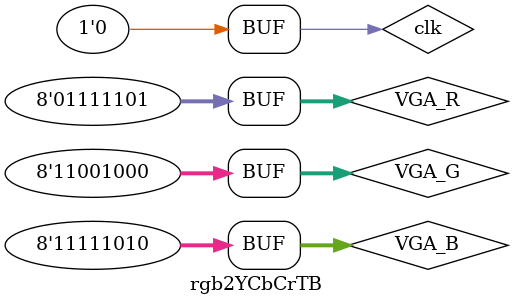
<source format=sv>
/**
* RGB 和 YCbCr 高精度互转 精度可以控制，告别 8bit 256 时代。 算法全是用 乘符号 ‘*’ ，没有用DA的方式，更方便阅读。
*/

module rgb2ycbcr #(
	parameter	DSIZE	= 8,
	parameter	MSIZE	= 12
)(
	input				clock  		,
	input [DSIZE-1:0]	inR         ,
	input [DSIZE-1:0]	inG         ,
	input [DSIZE-1:0]	inB         ,
	output[DSIZE-1:0]	outY        ,
	output[DSIZE-1:0]	outCb       ,
	output[DSIZE-1:0]	outCr
);


localparam [MSIZE-1:0]	  	M00p0_257		= 0.257 * 2**MSIZE,
							M10n0_148		= 0.148 * 2**MSIZE,
							M20p0_439       = 0.439 * 2**MSIZE;

localparam [MSIZE-1:0]		M01p0_504		= 0.504 * 2**MSIZE,
							M11n0_291		= 0.291 * 2**MSIZE,
							M21n0_368		= 0.368 * 2**MSIZE;

localparam [MSIZE-1:0]		M20p0_098		= 0.098 * 2**MSIZE,
							M21p0_439		= 0.439 * 2**MSIZE,
							M22n0_071		= 0.071 * 2**MSIZE;

reg [DSIZE+MSIZE-1:0]	Rxp0_257,Rxn0_148,Rxp0_439;

always@(posedge clock)begin
	Rxp0_257	<= inR * M00p0_257;
	Rxn0_148	<= inR * M10n0_148;
	Rxp0_439	<= inR * M20p0_439;
end

reg [DSIZE+MSIZE-1:0]	Gxp0_504,Gxn0_291,Gxn0_368;

always@(posedge clock)begin
	Gxp0_504	<= inG * M01p0_504;
	Gxn0_291	<= inG * M11n0_291;
	Gxn0_368	<= inG * M21n0_368;
end

reg [DSIZE+MSIZE-1:0]	Bxp0_098,Bxp0_439,Bxn0_071;

always@(posedge clock)begin
	Bxp0_098	<= inB * M20p0_098;
	Bxp0_439	<= inB * M21p0_439;
	Bxn0_071	<= inB * M22n0_071;
end

reg [DSIZE-1:0]	Rxp0_257__Gxp0_504;
reg [DSIZE-1:0]	Rxn0_148__Gxn0_291;
reg [DSIZE-1:0]	Gxn0_368__Bxn0_071;

reg [DSIZE-1:0]	Bxp0_098__16;
reg [DSIZE-1:0]	Bxp0_439__128;
reg [DSIZE-1:0]	Rxp0_439__128;

always@(posedge clock)begin
	Rxp0_257__Gxp0_504	<= Rxp0_257[DSIZE+MSIZE-1-:DSIZE] + Gxp0_504[DSIZE+MSIZE-1-:DSIZE];
	Rxn0_148__Gxn0_291	<= Rxn0_148[DSIZE+MSIZE-1-:DSIZE] + Gxn0_291[DSIZE+MSIZE-1-:DSIZE];
	Gxn0_368__Bxn0_071	<= Gxn0_368[DSIZE+MSIZE-1-:DSIZE] + Bxn0_071[DSIZE+MSIZE-1-:DSIZE];

	Bxp0_098__16		<= Bxp0_098[DSIZE+MSIZE-1-:DSIZE] + (2**DSIZE)/16;
	Bxp0_439__128		<= Bxp0_439[DSIZE+MSIZE-1-:DSIZE] + (2**DSIZE)/2;
	Rxp0_439__128		<= Rxp0_439[DSIZE+MSIZE-1-:DSIZE] + (2**DSIZE)/2;
end

reg [DSIZE-1:0]	Rxp0_257__Gxp0_504___Bxp0_098__16;
reg [DSIZE-1:0]	Rxn0_148__Gxn0_291___Bxp0_439__128;
reg [DSIZE-1:0]	Gxn0_368__Bxn0_071___Rxp0_439__128;

always@(posedge clock)begin
	Rxp0_257__Gxp0_504___Bxp0_098__16	<= Rxp0_257__Gxp0_504 	+ Bxp0_098__16;
	Rxn0_148__Gxn0_291___Bxp0_439__128	<= Bxp0_439__128		- Rxn0_148__Gxn0_291;
	Gxn0_368__Bxn0_071___Rxp0_439__128	<= Rxp0_439__128		- Gxn0_368__Bxn0_071;
end    


assign	outY  		=  Rxp0_257__Gxp0_504___Bxp0_098__16; 
assign	outCb       =  Rxn0_148__Gxn0_291___Bxp0_439__128;
assign	outCr       =  Gxn0_368__Bxn0_071___Rxp0_439__128; 

endmodule


`timescale 1ns / 1ps
module rgb2YCbCrTB();

	logic clk;
	logic [7:0] VGA_R;	
	logic [7:0] VGA_G;	
	logic [7:0] VGA_B;
	logic [7:0] Y;	
	logic [7:0] Cb;	
	logic [7:0] Cr;

	rgb2ycbcr uut(clk,VGA_R,VGA_G,VGA_B,Y,Cb,Cr);
	
	always begin
			clk <= 1; #5; clk <= 0; #5;
	end
	
	initial begin
	

	VGA_R = 8'b01111101; //125
	VGA_G = 8'b11001000;	//200
	VGA_B = 8'b11111010; //250
	
	end 

endmodule






</source>
